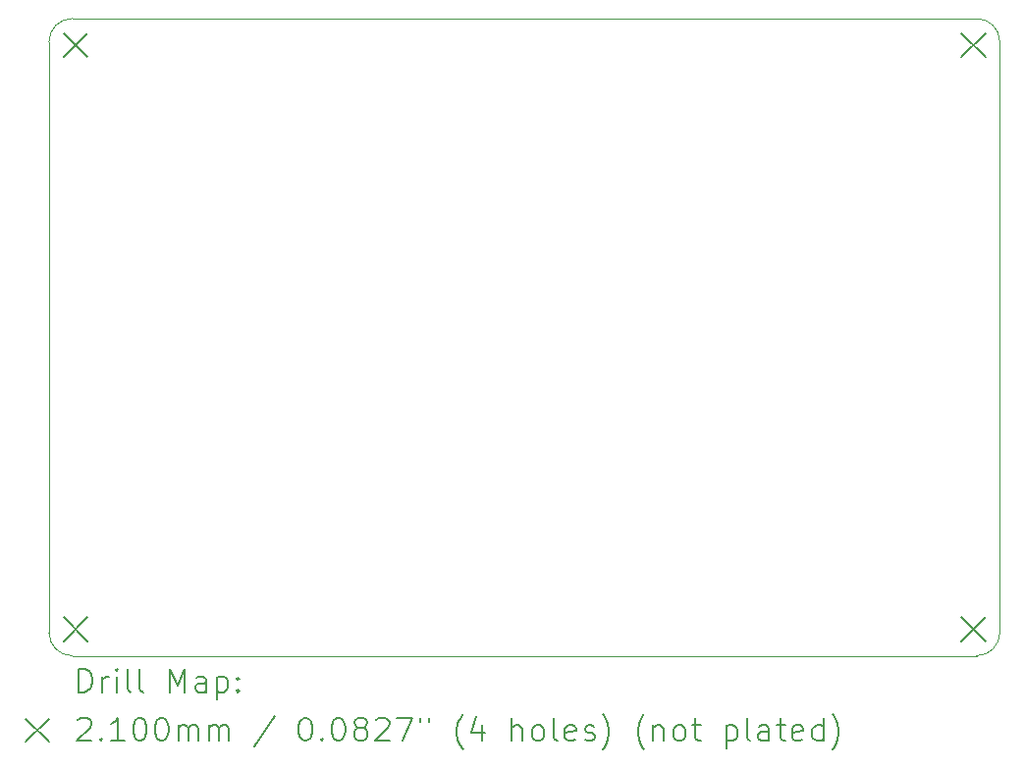
<source format=gbr>
%TF.GenerationSoftware,KiCad,Pcbnew,8.0.7*%
%TF.CreationDate,2025-10-04T20:38:22+01:00*%
%TF.ProjectId,PulseOximeter,50756c73-654f-4786-996d-657465722e6b,rev?*%
%TF.SameCoordinates,Original*%
%TF.FileFunction,Drillmap*%
%TF.FilePolarity,Positive*%
%FSLAX45Y45*%
G04 Gerber Fmt 4.5, Leading zero omitted, Abs format (unit mm)*
G04 Created by KiCad (PCBNEW 8.0.7) date 2025-10-04 20:38:22*
%MOMM*%
%LPD*%
G01*
G04 APERTURE LIST*
%ADD10C,0.038100*%
%ADD11C,0.200000*%
%ADD12C,0.210000*%
G04 APERTURE END LIST*
D10*
X8800000Y-7500000D02*
X8800000Y-12600000D01*
X16800000Y-7300000D02*
G75*
G02*
X17000000Y-7500000I0J-200000D01*
G01*
X17000000Y-7500000D02*
X17000000Y-12600000D01*
X9000000Y-7300000D02*
X16800000Y-7300000D01*
X9000000Y-12800000D02*
X16800000Y-12800000D01*
X17000000Y-12600000D02*
G75*
G02*
X16800000Y-12800000I-200000J0D01*
G01*
X8800000Y-7500000D02*
G75*
G02*
X9000000Y-7300000I200000J0D01*
G01*
X9000000Y-12800000D02*
G75*
G02*
X8800000Y-12600000I0J200000D01*
G01*
D11*
D12*
X8925000Y-7425000D02*
X9135000Y-7635000D01*
X9135000Y-7425000D02*
X8925000Y-7635000D01*
X8925000Y-12465000D02*
X9135000Y-12675000D01*
X9135000Y-12465000D02*
X8925000Y-12675000D01*
X16665000Y-7425000D02*
X16875000Y-7635000D01*
X16875000Y-7425000D02*
X16665000Y-7635000D01*
X16665000Y-12465000D02*
X16875000Y-12675000D01*
X16875000Y-12465000D02*
X16665000Y-12675000D01*
D11*
X9058872Y-13113389D02*
X9058872Y-12913389D01*
X9058872Y-12913389D02*
X9106491Y-12913389D01*
X9106491Y-12913389D02*
X9135062Y-12922913D01*
X9135062Y-12922913D02*
X9154110Y-12941960D01*
X9154110Y-12941960D02*
X9163634Y-12961008D01*
X9163634Y-12961008D02*
X9173158Y-12999103D01*
X9173158Y-12999103D02*
X9173158Y-13027674D01*
X9173158Y-13027674D02*
X9163634Y-13065770D01*
X9163634Y-13065770D02*
X9154110Y-13084817D01*
X9154110Y-13084817D02*
X9135062Y-13103865D01*
X9135062Y-13103865D02*
X9106491Y-13113389D01*
X9106491Y-13113389D02*
X9058872Y-13113389D01*
X9258872Y-13113389D02*
X9258872Y-12980055D01*
X9258872Y-13018151D02*
X9268396Y-12999103D01*
X9268396Y-12999103D02*
X9277919Y-12989579D01*
X9277919Y-12989579D02*
X9296967Y-12980055D01*
X9296967Y-12980055D02*
X9316015Y-12980055D01*
X9382681Y-13113389D02*
X9382681Y-12980055D01*
X9382681Y-12913389D02*
X9373158Y-12922913D01*
X9373158Y-12922913D02*
X9382681Y-12932436D01*
X9382681Y-12932436D02*
X9392205Y-12922913D01*
X9392205Y-12922913D02*
X9382681Y-12913389D01*
X9382681Y-12913389D02*
X9382681Y-12932436D01*
X9506491Y-13113389D02*
X9487443Y-13103865D01*
X9487443Y-13103865D02*
X9477919Y-13084817D01*
X9477919Y-13084817D02*
X9477919Y-12913389D01*
X9611253Y-13113389D02*
X9592205Y-13103865D01*
X9592205Y-13103865D02*
X9582681Y-13084817D01*
X9582681Y-13084817D02*
X9582681Y-12913389D01*
X9839824Y-13113389D02*
X9839824Y-12913389D01*
X9839824Y-12913389D02*
X9906491Y-13056246D01*
X9906491Y-13056246D02*
X9973158Y-12913389D01*
X9973158Y-12913389D02*
X9973158Y-13113389D01*
X10154110Y-13113389D02*
X10154110Y-13008627D01*
X10154110Y-13008627D02*
X10144586Y-12989579D01*
X10144586Y-12989579D02*
X10125539Y-12980055D01*
X10125539Y-12980055D02*
X10087443Y-12980055D01*
X10087443Y-12980055D02*
X10068396Y-12989579D01*
X10154110Y-13103865D02*
X10135062Y-13113389D01*
X10135062Y-13113389D02*
X10087443Y-13113389D01*
X10087443Y-13113389D02*
X10068396Y-13103865D01*
X10068396Y-13103865D02*
X10058872Y-13084817D01*
X10058872Y-13084817D02*
X10058872Y-13065770D01*
X10058872Y-13065770D02*
X10068396Y-13046722D01*
X10068396Y-13046722D02*
X10087443Y-13037198D01*
X10087443Y-13037198D02*
X10135062Y-13037198D01*
X10135062Y-13037198D02*
X10154110Y-13027674D01*
X10249348Y-12980055D02*
X10249348Y-13180055D01*
X10249348Y-12989579D02*
X10268396Y-12980055D01*
X10268396Y-12980055D02*
X10306491Y-12980055D01*
X10306491Y-12980055D02*
X10325539Y-12989579D01*
X10325539Y-12989579D02*
X10335062Y-12999103D01*
X10335062Y-12999103D02*
X10344586Y-13018151D01*
X10344586Y-13018151D02*
X10344586Y-13075293D01*
X10344586Y-13075293D02*
X10335062Y-13094341D01*
X10335062Y-13094341D02*
X10325539Y-13103865D01*
X10325539Y-13103865D02*
X10306491Y-13113389D01*
X10306491Y-13113389D02*
X10268396Y-13113389D01*
X10268396Y-13113389D02*
X10249348Y-13103865D01*
X10430300Y-13094341D02*
X10439824Y-13103865D01*
X10439824Y-13103865D02*
X10430300Y-13113389D01*
X10430300Y-13113389D02*
X10420777Y-13103865D01*
X10420777Y-13103865D02*
X10430300Y-13094341D01*
X10430300Y-13094341D02*
X10430300Y-13113389D01*
X10430300Y-12989579D02*
X10439824Y-12999103D01*
X10439824Y-12999103D02*
X10430300Y-13008627D01*
X10430300Y-13008627D02*
X10420777Y-12999103D01*
X10420777Y-12999103D02*
X10430300Y-12989579D01*
X10430300Y-12989579D02*
X10430300Y-13008627D01*
X8598095Y-13341905D02*
X8798095Y-13541905D01*
X8798095Y-13341905D02*
X8598095Y-13541905D01*
X9049348Y-13352436D02*
X9058872Y-13342913D01*
X9058872Y-13342913D02*
X9077919Y-13333389D01*
X9077919Y-13333389D02*
X9125539Y-13333389D01*
X9125539Y-13333389D02*
X9144586Y-13342913D01*
X9144586Y-13342913D02*
X9154110Y-13352436D01*
X9154110Y-13352436D02*
X9163634Y-13371484D01*
X9163634Y-13371484D02*
X9163634Y-13390532D01*
X9163634Y-13390532D02*
X9154110Y-13419103D01*
X9154110Y-13419103D02*
X9039824Y-13533389D01*
X9039824Y-13533389D02*
X9163634Y-13533389D01*
X9249348Y-13514341D02*
X9258872Y-13523865D01*
X9258872Y-13523865D02*
X9249348Y-13533389D01*
X9249348Y-13533389D02*
X9239824Y-13523865D01*
X9239824Y-13523865D02*
X9249348Y-13514341D01*
X9249348Y-13514341D02*
X9249348Y-13533389D01*
X9449348Y-13533389D02*
X9335062Y-13533389D01*
X9392205Y-13533389D02*
X9392205Y-13333389D01*
X9392205Y-13333389D02*
X9373158Y-13361960D01*
X9373158Y-13361960D02*
X9354110Y-13381008D01*
X9354110Y-13381008D02*
X9335062Y-13390532D01*
X9573158Y-13333389D02*
X9592205Y-13333389D01*
X9592205Y-13333389D02*
X9611253Y-13342913D01*
X9611253Y-13342913D02*
X9620777Y-13352436D01*
X9620777Y-13352436D02*
X9630300Y-13371484D01*
X9630300Y-13371484D02*
X9639824Y-13409579D01*
X9639824Y-13409579D02*
X9639824Y-13457198D01*
X9639824Y-13457198D02*
X9630300Y-13495293D01*
X9630300Y-13495293D02*
X9620777Y-13514341D01*
X9620777Y-13514341D02*
X9611253Y-13523865D01*
X9611253Y-13523865D02*
X9592205Y-13533389D01*
X9592205Y-13533389D02*
X9573158Y-13533389D01*
X9573158Y-13533389D02*
X9554110Y-13523865D01*
X9554110Y-13523865D02*
X9544586Y-13514341D01*
X9544586Y-13514341D02*
X9535062Y-13495293D01*
X9535062Y-13495293D02*
X9525539Y-13457198D01*
X9525539Y-13457198D02*
X9525539Y-13409579D01*
X9525539Y-13409579D02*
X9535062Y-13371484D01*
X9535062Y-13371484D02*
X9544586Y-13352436D01*
X9544586Y-13352436D02*
X9554110Y-13342913D01*
X9554110Y-13342913D02*
X9573158Y-13333389D01*
X9763634Y-13333389D02*
X9782681Y-13333389D01*
X9782681Y-13333389D02*
X9801729Y-13342913D01*
X9801729Y-13342913D02*
X9811253Y-13352436D01*
X9811253Y-13352436D02*
X9820777Y-13371484D01*
X9820777Y-13371484D02*
X9830300Y-13409579D01*
X9830300Y-13409579D02*
X9830300Y-13457198D01*
X9830300Y-13457198D02*
X9820777Y-13495293D01*
X9820777Y-13495293D02*
X9811253Y-13514341D01*
X9811253Y-13514341D02*
X9801729Y-13523865D01*
X9801729Y-13523865D02*
X9782681Y-13533389D01*
X9782681Y-13533389D02*
X9763634Y-13533389D01*
X9763634Y-13533389D02*
X9744586Y-13523865D01*
X9744586Y-13523865D02*
X9735062Y-13514341D01*
X9735062Y-13514341D02*
X9725539Y-13495293D01*
X9725539Y-13495293D02*
X9716015Y-13457198D01*
X9716015Y-13457198D02*
X9716015Y-13409579D01*
X9716015Y-13409579D02*
X9725539Y-13371484D01*
X9725539Y-13371484D02*
X9735062Y-13352436D01*
X9735062Y-13352436D02*
X9744586Y-13342913D01*
X9744586Y-13342913D02*
X9763634Y-13333389D01*
X9916015Y-13533389D02*
X9916015Y-13400055D01*
X9916015Y-13419103D02*
X9925539Y-13409579D01*
X9925539Y-13409579D02*
X9944586Y-13400055D01*
X9944586Y-13400055D02*
X9973158Y-13400055D01*
X9973158Y-13400055D02*
X9992205Y-13409579D01*
X9992205Y-13409579D02*
X10001729Y-13428627D01*
X10001729Y-13428627D02*
X10001729Y-13533389D01*
X10001729Y-13428627D02*
X10011253Y-13409579D01*
X10011253Y-13409579D02*
X10030300Y-13400055D01*
X10030300Y-13400055D02*
X10058872Y-13400055D01*
X10058872Y-13400055D02*
X10077920Y-13409579D01*
X10077920Y-13409579D02*
X10087443Y-13428627D01*
X10087443Y-13428627D02*
X10087443Y-13533389D01*
X10182681Y-13533389D02*
X10182681Y-13400055D01*
X10182681Y-13419103D02*
X10192205Y-13409579D01*
X10192205Y-13409579D02*
X10211253Y-13400055D01*
X10211253Y-13400055D02*
X10239824Y-13400055D01*
X10239824Y-13400055D02*
X10258872Y-13409579D01*
X10258872Y-13409579D02*
X10268396Y-13428627D01*
X10268396Y-13428627D02*
X10268396Y-13533389D01*
X10268396Y-13428627D02*
X10277920Y-13409579D01*
X10277920Y-13409579D02*
X10296967Y-13400055D01*
X10296967Y-13400055D02*
X10325539Y-13400055D01*
X10325539Y-13400055D02*
X10344586Y-13409579D01*
X10344586Y-13409579D02*
X10354110Y-13428627D01*
X10354110Y-13428627D02*
X10354110Y-13533389D01*
X10744586Y-13323865D02*
X10573158Y-13581008D01*
X11001729Y-13333389D02*
X11020777Y-13333389D01*
X11020777Y-13333389D02*
X11039824Y-13342913D01*
X11039824Y-13342913D02*
X11049348Y-13352436D01*
X11049348Y-13352436D02*
X11058872Y-13371484D01*
X11058872Y-13371484D02*
X11068396Y-13409579D01*
X11068396Y-13409579D02*
X11068396Y-13457198D01*
X11068396Y-13457198D02*
X11058872Y-13495293D01*
X11058872Y-13495293D02*
X11049348Y-13514341D01*
X11049348Y-13514341D02*
X11039824Y-13523865D01*
X11039824Y-13523865D02*
X11020777Y-13533389D01*
X11020777Y-13533389D02*
X11001729Y-13533389D01*
X11001729Y-13533389D02*
X10982682Y-13523865D01*
X10982682Y-13523865D02*
X10973158Y-13514341D01*
X10973158Y-13514341D02*
X10963634Y-13495293D01*
X10963634Y-13495293D02*
X10954110Y-13457198D01*
X10954110Y-13457198D02*
X10954110Y-13409579D01*
X10954110Y-13409579D02*
X10963634Y-13371484D01*
X10963634Y-13371484D02*
X10973158Y-13352436D01*
X10973158Y-13352436D02*
X10982682Y-13342913D01*
X10982682Y-13342913D02*
X11001729Y-13333389D01*
X11154110Y-13514341D02*
X11163634Y-13523865D01*
X11163634Y-13523865D02*
X11154110Y-13533389D01*
X11154110Y-13533389D02*
X11144586Y-13523865D01*
X11144586Y-13523865D02*
X11154110Y-13514341D01*
X11154110Y-13514341D02*
X11154110Y-13533389D01*
X11287443Y-13333389D02*
X11306491Y-13333389D01*
X11306491Y-13333389D02*
X11325539Y-13342913D01*
X11325539Y-13342913D02*
X11335062Y-13352436D01*
X11335062Y-13352436D02*
X11344586Y-13371484D01*
X11344586Y-13371484D02*
X11354110Y-13409579D01*
X11354110Y-13409579D02*
X11354110Y-13457198D01*
X11354110Y-13457198D02*
X11344586Y-13495293D01*
X11344586Y-13495293D02*
X11335062Y-13514341D01*
X11335062Y-13514341D02*
X11325539Y-13523865D01*
X11325539Y-13523865D02*
X11306491Y-13533389D01*
X11306491Y-13533389D02*
X11287443Y-13533389D01*
X11287443Y-13533389D02*
X11268396Y-13523865D01*
X11268396Y-13523865D02*
X11258872Y-13514341D01*
X11258872Y-13514341D02*
X11249348Y-13495293D01*
X11249348Y-13495293D02*
X11239824Y-13457198D01*
X11239824Y-13457198D02*
X11239824Y-13409579D01*
X11239824Y-13409579D02*
X11249348Y-13371484D01*
X11249348Y-13371484D02*
X11258872Y-13352436D01*
X11258872Y-13352436D02*
X11268396Y-13342913D01*
X11268396Y-13342913D02*
X11287443Y-13333389D01*
X11468396Y-13419103D02*
X11449348Y-13409579D01*
X11449348Y-13409579D02*
X11439824Y-13400055D01*
X11439824Y-13400055D02*
X11430301Y-13381008D01*
X11430301Y-13381008D02*
X11430301Y-13371484D01*
X11430301Y-13371484D02*
X11439824Y-13352436D01*
X11439824Y-13352436D02*
X11449348Y-13342913D01*
X11449348Y-13342913D02*
X11468396Y-13333389D01*
X11468396Y-13333389D02*
X11506491Y-13333389D01*
X11506491Y-13333389D02*
X11525539Y-13342913D01*
X11525539Y-13342913D02*
X11535062Y-13352436D01*
X11535062Y-13352436D02*
X11544586Y-13371484D01*
X11544586Y-13371484D02*
X11544586Y-13381008D01*
X11544586Y-13381008D02*
X11535062Y-13400055D01*
X11535062Y-13400055D02*
X11525539Y-13409579D01*
X11525539Y-13409579D02*
X11506491Y-13419103D01*
X11506491Y-13419103D02*
X11468396Y-13419103D01*
X11468396Y-13419103D02*
X11449348Y-13428627D01*
X11449348Y-13428627D02*
X11439824Y-13438151D01*
X11439824Y-13438151D02*
X11430301Y-13457198D01*
X11430301Y-13457198D02*
X11430301Y-13495293D01*
X11430301Y-13495293D02*
X11439824Y-13514341D01*
X11439824Y-13514341D02*
X11449348Y-13523865D01*
X11449348Y-13523865D02*
X11468396Y-13533389D01*
X11468396Y-13533389D02*
X11506491Y-13533389D01*
X11506491Y-13533389D02*
X11525539Y-13523865D01*
X11525539Y-13523865D02*
X11535062Y-13514341D01*
X11535062Y-13514341D02*
X11544586Y-13495293D01*
X11544586Y-13495293D02*
X11544586Y-13457198D01*
X11544586Y-13457198D02*
X11535062Y-13438151D01*
X11535062Y-13438151D02*
X11525539Y-13428627D01*
X11525539Y-13428627D02*
X11506491Y-13419103D01*
X11620777Y-13352436D02*
X11630301Y-13342913D01*
X11630301Y-13342913D02*
X11649348Y-13333389D01*
X11649348Y-13333389D02*
X11696967Y-13333389D01*
X11696967Y-13333389D02*
X11716015Y-13342913D01*
X11716015Y-13342913D02*
X11725539Y-13352436D01*
X11725539Y-13352436D02*
X11735062Y-13371484D01*
X11735062Y-13371484D02*
X11735062Y-13390532D01*
X11735062Y-13390532D02*
X11725539Y-13419103D01*
X11725539Y-13419103D02*
X11611253Y-13533389D01*
X11611253Y-13533389D02*
X11735062Y-13533389D01*
X11801729Y-13333389D02*
X11935062Y-13333389D01*
X11935062Y-13333389D02*
X11849348Y-13533389D01*
X12001729Y-13333389D02*
X12001729Y-13371484D01*
X12077920Y-13333389D02*
X12077920Y-13371484D01*
X12373158Y-13609579D02*
X12363634Y-13600055D01*
X12363634Y-13600055D02*
X12344586Y-13571484D01*
X12344586Y-13571484D02*
X12335063Y-13552436D01*
X12335063Y-13552436D02*
X12325539Y-13523865D01*
X12325539Y-13523865D02*
X12316015Y-13476246D01*
X12316015Y-13476246D02*
X12316015Y-13438151D01*
X12316015Y-13438151D02*
X12325539Y-13390532D01*
X12325539Y-13390532D02*
X12335063Y-13361960D01*
X12335063Y-13361960D02*
X12344586Y-13342913D01*
X12344586Y-13342913D02*
X12363634Y-13314341D01*
X12363634Y-13314341D02*
X12373158Y-13304817D01*
X12535063Y-13400055D02*
X12535063Y-13533389D01*
X12487443Y-13323865D02*
X12439824Y-13466722D01*
X12439824Y-13466722D02*
X12563634Y-13466722D01*
X12792205Y-13533389D02*
X12792205Y-13333389D01*
X12877920Y-13533389D02*
X12877920Y-13428627D01*
X12877920Y-13428627D02*
X12868396Y-13409579D01*
X12868396Y-13409579D02*
X12849348Y-13400055D01*
X12849348Y-13400055D02*
X12820777Y-13400055D01*
X12820777Y-13400055D02*
X12801729Y-13409579D01*
X12801729Y-13409579D02*
X12792205Y-13419103D01*
X13001729Y-13533389D02*
X12982682Y-13523865D01*
X12982682Y-13523865D02*
X12973158Y-13514341D01*
X12973158Y-13514341D02*
X12963634Y-13495293D01*
X12963634Y-13495293D02*
X12963634Y-13438151D01*
X12963634Y-13438151D02*
X12973158Y-13419103D01*
X12973158Y-13419103D02*
X12982682Y-13409579D01*
X12982682Y-13409579D02*
X13001729Y-13400055D01*
X13001729Y-13400055D02*
X13030301Y-13400055D01*
X13030301Y-13400055D02*
X13049348Y-13409579D01*
X13049348Y-13409579D02*
X13058872Y-13419103D01*
X13058872Y-13419103D02*
X13068396Y-13438151D01*
X13068396Y-13438151D02*
X13068396Y-13495293D01*
X13068396Y-13495293D02*
X13058872Y-13514341D01*
X13058872Y-13514341D02*
X13049348Y-13523865D01*
X13049348Y-13523865D02*
X13030301Y-13533389D01*
X13030301Y-13533389D02*
X13001729Y-13533389D01*
X13182682Y-13533389D02*
X13163634Y-13523865D01*
X13163634Y-13523865D02*
X13154110Y-13504817D01*
X13154110Y-13504817D02*
X13154110Y-13333389D01*
X13335063Y-13523865D02*
X13316015Y-13533389D01*
X13316015Y-13533389D02*
X13277920Y-13533389D01*
X13277920Y-13533389D02*
X13258872Y-13523865D01*
X13258872Y-13523865D02*
X13249348Y-13504817D01*
X13249348Y-13504817D02*
X13249348Y-13428627D01*
X13249348Y-13428627D02*
X13258872Y-13409579D01*
X13258872Y-13409579D02*
X13277920Y-13400055D01*
X13277920Y-13400055D02*
X13316015Y-13400055D01*
X13316015Y-13400055D02*
X13335063Y-13409579D01*
X13335063Y-13409579D02*
X13344586Y-13428627D01*
X13344586Y-13428627D02*
X13344586Y-13447674D01*
X13344586Y-13447674D02*
X13249348Y-13466722D01*
X13420777Y-13523865D02*
X13439825Y-13533389D01*
X13439825Y-13533389D02*
X13477920Y-13533389D01*
X13477920Y-13533389D02*
X13496967Y-13523865D01*
X13496967Y-13523865D02*
X13506491Y-13504817D01*
X13506491Y-13504817D02*
X13506491Y-13495293D01*
X13506491Y-13495293D02*
X13496967Y-13476246D01*
X13496967Y-13476246D02*
X13477920Y-13466722D01*
X13477920Y-13466722D02*
X13449348Y-13466722D01*
X13449348Y-13466722D02*
X13430301Y-13457198D01*
X13430301Y-13457198D02*
X13420777Y-13438151D01*
X13420777Y-13438151D02*
X13420777Y-13428627D01*
X13420777Y-13428627D02*
X13430301Y-13409579D01*
X13430301Y-13409579D02*
X13449348Y-13400055D01*
X13449348Y-13400055D02*
X13477920Y-13400055D01*
X13477920Y-13400055D02*
X13496967Y-13409579D01*
X13573158Y-13609579D02*
X13582682Y-13600055D01*
X13582682Y-13600055D02*
X13601729Y-13571484D01*
X13601729Y-13571484D02*
X13611253Y-13552436D01*
X13611253Y-13552436D02*
X13620777Y-13523865D01*
X13620777Y-13523865D02*
X13630301Y-13476246D01*
X13630301Y-13476246D02*
X13630301Y-13438151D01*
X13630301Y-13438151D02*
X13620777Y-13390532D01*
X13620777Y-13390532D02*
X13611253Y-13361960D01*
X13611253Y-13361960D02*
X13601729Y-13342913D01*
X13601729Y-13342913D02*
X13582682Y-13314341D01*
X13582682Y-13314341D02*
X13573158Y-13304817D01*
X13935063Y-13609579D02*
X13925539Y-13600055D01*
X13925539Y-13600055D02*
X13906491Y-13571484D01*
X13906491Y-13571484D02*
X13896967Y-13552436D01*
X13896967Y-13552436D02*
X13887444Y-13523865D01*
X13887444Y-13523865D02*
X13877920Y-13476246D01*
X13877920Y-13476246D02*
X13877920Y-13438151D01*
X13877920Y-13438151D02*
X13887444Y-13390532D01*
X13887444Y-13390532D02*
X13896967Y-13361960D01*
X13896967Y-13361960D02*
X13906491Y-13342913D01*
X13906491Y-13342913D02*
X13925539Y-13314341D01*
X13925539Y-13314341D02*
X13935063Y-13304817D01*
X14011253Y-13400055D02*
X14011253Y-13533389D01*
X14011253Y-13419103D02*
X14020777Y-13409579D01*
X14020777Y-13409579D02*
X14039825Y-13400055D01*
X14039825Y-13400055D02*
X14068396Y-13400055D01*
X14068396Y-13400055D02*
X14087444Y-13409579D01*
X14087444Y-13409579D02*
X14096967Y-13428627D01*
X14096967Y-13428627D02*
X14096967Y-13533389D01*
X14220777Y-13533389D02*
X14201729Y-13523865D01*
X14201729Y-13523865D02*
X14192206Y-13514341D01*
X14192206Y-13514341D02*
X14182682Y-13495293D01*
X14182682Y-13495293D02*
X14182682Y-13438151D01*
X14182682Y-13438151D02*
X14192206Y-13419103D01*
X14192206Y-13419103D02*
X14201729Y-13409579D01*
X14201729Y-13409579D02*
X14220777Y-13400055D01*
X14220777Y-13400055D02*
X14249348Y-13400055D01*
X14249348Y-13400055D02*
X14268396Y-13409579D01*
X14268396Y-13409579D02*
X14277920Y-13419103D01*
X14277920Y-13419103D02*
X14287444Y-13438151D01*
X14287444Y-13438151D02*
X14287444Y-13495293D01*
X14287444Y-13495293D02*
X14277920Y-13514341D01*
X14277920Y-13514341D02*
X14268396Y-13523865D01*
X14268396Y-13523865D02*
X14249348Y-13533389D01*
X14249348Y-13533389D02*
X14220777Y-13533389D01*
X14344587Y-13400055D02*
X14420777Y-13400055D01*
X14373158Y-13333389D02*
X14373158Y-13504817D01*
X14373158Y-13504817D02*
X14382682Y-13523865D01*
X14382682Y-13523865D02*
X14401729Y-13533389D01*
X14401729Y-13533389D02*
X14420777Y-13533389D01*
X14639825Y-13400055D02*
X14639825Y-13600055D01*
X14639825Y-13409579D02*
X14658872Y-13400055D01*
X14658872Y-13400055D02*
X14696968Y-13400055D01*
X14696968Y-13400055D02*
X14716015Y-13409579D01*
X14716015Y-13409579D02*
X14725539Y-13419103D01*
X14725539Y-13419103D02*
X14735063Y-13438151D01*
X14735063Y-13438151D02*
X14735063Y-13495293D01*
X14735063Y-13495293D02*
X14725539Y-13514341D01*
X14725539Y-13514341D02*
X14716015Y-13523865D01*
X14716015Y-13523865D02*
X14696968Y-13533389D01*
X14696968Y-13533389D02*
X14658872Y-13533389D01*
X14658872Y-13533389D02*
X14639825Y-13523865D01*
X14849348Y-13533389D02*
X14830301Y-13523865D01*
X14830301Y-13523865D02*
X14820777Y-13504817D01*
X14820777Y-13504817D02*
X14820777Y-13333389D01*
X15011253Y-13533389D02*
X15011253Y-13428627D01*
X15011253Y-13428627D02*
X15001729Y-13409579D01*
X15001729Y-13409579D02*
X14982682Y-13400055D01*
X14982682Y-13400055D02*
X14944587Y-13400055D01*
X14944587Y-13400055D02*
X14925539Y-13409579D01*
X15011253Y-13523865D02*
X14992206Y-13533389D01*
X14992206Y-13533389D02*
X14944587Y-13533389D01*
X14944587Y-13533389D02*
X14925539Y-13523865D01*
X14925539Y-13523865D02*
X14916015Y-13504817D01*
X14916015Y-13504817D02*
X14916015Y-13485770D01*
X14916015Y-13485770D02*
X14925539Y-13466722D01*
X14925539Y-13466722D02*
X14944587Y-13457198D01*
X14944587Y-13457198D02*
X14992206Y-13457198D01*
X14992206Y-13457198D02*
X15011253Y-13447674D01*
X15077920Y-13400055D02*
X15154110Y-13400055D01*
X15106491Y-13333389D02*
X15106491Y-13504817D01*
X15106491Y-13504817D02*
X15116015Y-13523865D01*
X15116015Y-13523865D02*
X15135063Y-13533389D01*
X15135063Y-13533389D02*
X15154110Y-13533389D01*
X15296968Y-13523865D02*
X15277920Y-13533389D01*
X15277920Y-13533389D02*
X15239825Y-13533389D01*
X15239825Y-13533389D02*
X15220777Y-13523865D01*
X15220777Y-13523865D02*
X15211253Y-13504817D01*
X15211253Y-13504817D02*
X15211253Y-13428627D01*
X15211253Y-13428627D02*
X15220777Y-13409579D01*
X15220777Y-13409579D02*
X15239825Y-13400055D01*
X15239825Y-13400055D02*
X15277920Y-13400055D01*
X15277920Y-13400055D02*
X15296968Y-13409579D01*
X15296968Y-13409579D02*
X15306491Y-13428627D01*
X15306491Y-13428627D02*
X15306491Y-13447674D01*
X15306491Y-13447674D02*
X15211253Y-13466722D01*
X15477920Y-13533389D02*
X15477920Y-13333389D01*
X15477920Y-13523865D02*
X15458872Y-13533389D01*
X15458872Y-13533389D02*
X15420777Y-13533389D01*
X15420777Y-13533389D02*
X15401729Y-13523865D01*
X15401729Y-13523865D02*
X15392206Y-13514341D01*
X15392206Y-13514341D02*
X15382682Y-13495293D01*
X15382682Y-13495293D02*
X15382682Y-13438151D01*
X15382682Y-13438151D02*
X15392206Y-13419103D01*
X15392206Y-13419103D02*
X15401729Y-13409579D01*
X15401729Y-13409579D02*
X15420777Y-13400055D01*
X15420777Y-13400055D02*
X15458872Y-13400055D01*
X15458872Y-13400055D02*
X15477920Y-13409579D01*
X15554110Y-13609579D02*
X15563634Y-13600055D01*
X15563634Y-13600055D02*
X15582682Y-13571484D01*
X15582682Y-13571484D02*
X15592206Y-13552436D01*
X15592206Y-13552436D02*
X15601729Y-13523865D01*
X15601729Y-13523865D02*
X15611253Y-13476246D01*
X15611253Y-13476246D02*
X15611253Y-13438151D01*
X15611253Y-13438151D02*
X15601729Y-13390532D01*
X15601729Y-13390532D02*
X15592206Y-13361960D01*
X15592206Y-13361960D02*
X15582682Y-13342913D01*
X15582682Y-13342913D02*
X15563634Y-13314341D01*
X15563634Y-13314341D02*
X15554110Y-13304817D01*
M02*

</source>
